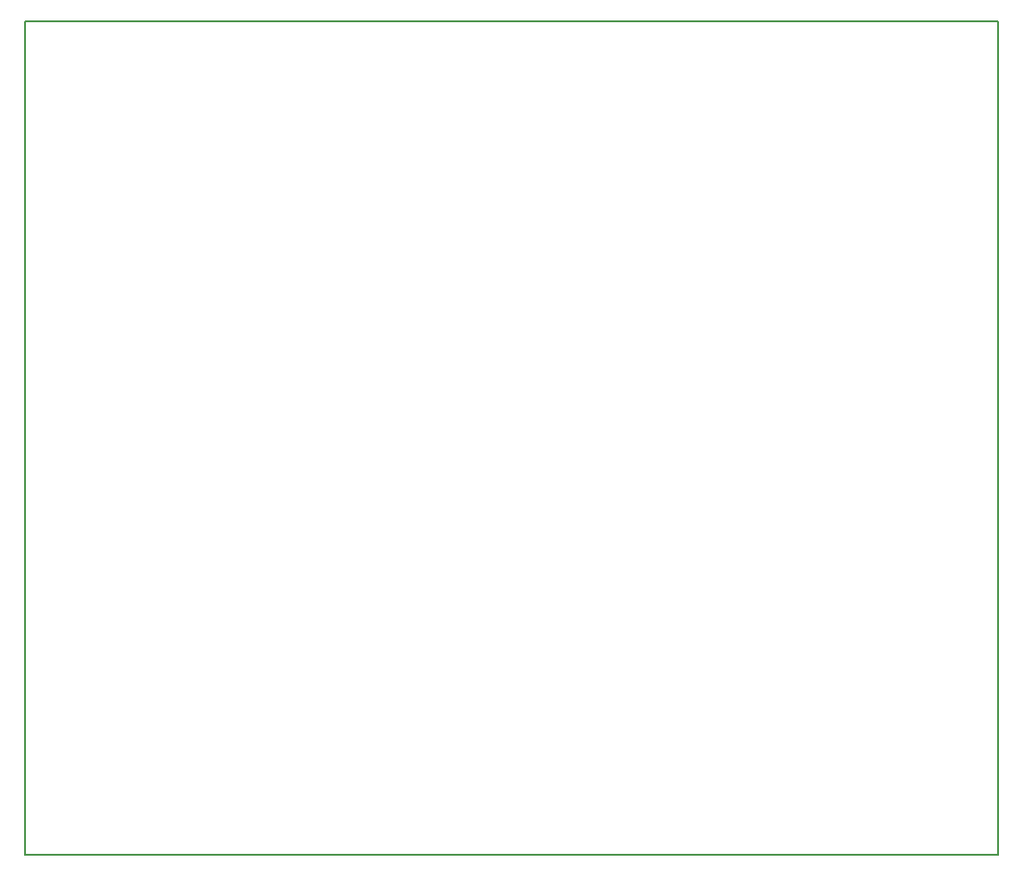
<source format=gbr>
G04 #@! TF.GenerationSoftware,KiCad,Pcbnew,5.1.4-e60b266~84~ubuntu18.04.1*
G04 #@! TF.CreationDate,2019-10-16T17:25:34-03:00*
G04 #@! TF.ProjectId,preamp,70726561-6d70-42e6-9b69-6361645f7063,rev?*
G04 #@! TF.SameCoordinates,Original*
G04 #@! TF.FileFunction,Profile,NP*
%FSLAX45Y45*%
G04 Gerber Fmt 4.5, Leading zero omitted, Abs format (unit mm)*
G04 Created by KiCad (PCBNEW 5.1.4-e60b266~84~ubuntu18.04.1) date 2019-10-16 17:25:34*
%MOMM*%
%LPD*%
G04 APERTURE LIST*
%ADD10C,0.200000*%
G04 APERTURE END LIST*
D10*
X5080000Y-5080000D02*
X13970000Y-5080000D01*
X13970000Y-5080000D02*
X13970000Y-12700000D01*
X5080000Y-12700000D02*
X13970000Y-12700000D01*
X5080000Y-5080000D02*
X5080000Y-12700000D01*
M02*

</source>
